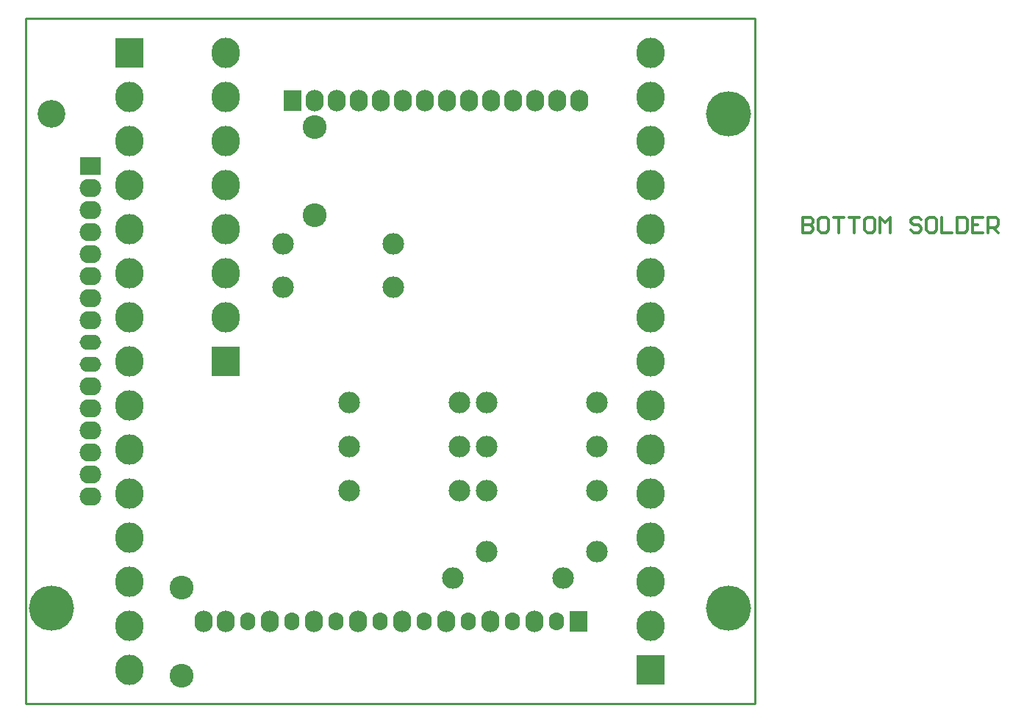
<source format=gbs>
%FSLAX25Y25*%
%MOIN*%
G70*
G01*
G75*
G04 Layer_Color=16711935*
%ADD10C,0.04000*%
%ADD11C,0.00800*%
%ADD12C,0.01200*%
%ADD13C,0.09000*%
%ADD14R,0.07500X0.09000*%
%ADD15O,0.06000X0.07500*%
%ADD16O,0.07500X0.09000*%
%ADD17C,0.19685*%
%ADD18C,0.11811*%
%ADD19O,0.12000X0.13000*%
%ADD20C,0.07500*%
%ADD21R,0.07500X0.07500*%
%ADD22R,0.12000X0.13000*%
%ADD23O,0.09000X0.07500*%
%ADD24O,0.09000X0.06000*%
%ADD25R,0.09000X0.07500*%
%ADD26C,0.10000*%
%ADD27C,0.03600*%
%ADD28C,0.03000*%
%ADD29C,0.01600*%
%ADD30R,0.27559X0.35433*%
%ADD31R,0.19685X0.35433*%
%ADD32C,0.01000*%
%ADD33C,0.00400*%
%ADD34C,0.01400*%
%ADD35C,0.02000*%
%ADD36C,0.09800*%
%ADD37R,0.08300X0.09800*%
%ADD38O,0.06800X0.08300*%
%ADD39O,0.08300X0.09800*%
%ADD40C,0.20485*%
%ADD41C,0.12611*%
%ADD42O,0.12800X0.13800*%
%ADD43C,0.08300*%
%ADD44R,0.08300X0.08300*%
%ADD45R,0.12800X0.13800*%
%ADD46O,0.09800X0.08300*%
%ADD47O,0.09800X0.06800*%
%ADD48R,0.09800X0.08300*%
%ADD49C,0.10800*%
D12*
X738324Y606610D02*
Y599613D01*
X741823D01*
X742990Y600779D01*
Y601945D01*
X741823Y603112D01*
X738324D01*
X741823D01*
X742990Y604278D01*
Y605444D01*
X741823Y606610D01*
X738324D01*
X748821D02*
X746488D01*
X745322Y605444D01*
Y600779D01*
X746488Y599613D01*
X748821D01*
X749987Y600779D01*
Y605444D01*
X748821Y606610D01*
X752320D02*
X756985D01*
X754653D01*
Y599613D01*
X759318Y606610D02*
X763983D01*
X761650D01*
Y599613D01*
X769814Y606610D02*
X767482D01*
X766315Y605444D01*
Y600779D01*
X767482Y599613D01*
X769814D01*
X770981Y600779D01*
Y605444D01*
X769814Y606610D01*
X773313Y599613D02*
Y606610D01*
X775646Y604278D01*
X777978Y606610D01*
Y599613D01*
X791974Y605444D02*
X790807Y606610D01*
X788475D01*
X787309Y605444D01*
Y604278D01*
X788475Y603112D01*
X790807D01*
X791974Y601945D01*
Y600779D01*
X790807Y599613D01*
X788475D01*
X787309Y600779D01*
X797805Y606610D02*
X795473D01*
X794306Y605444D01*
Y600779D01*
X795473Y599613D01*
X797805D01*
X798972Y600779D01*
Y605444D01*
X797805Y606610D01*
X801304D02*
Y599613D01*
X805969D01*
X808302Y606610D02*
Y599613D01*
X811801D01*
X812967Y600779D01*
Y605444D01*
X811801Y606610D01*
X808302D01*
X819965D02*
X815300D01*
Y599613D01*
X819965D01*
X815300Y603112D02*
X817632D01*
X822297Y599613D02*
Y606610D01*
X825796D01*
X826962Y605444D01*
Y603112D01*
X825796Y601945D01*
X822297D01*
X824630D02*
X826962Y599613D01*
D32*
X385827Y385827D02*
X716535D01*
X385827D02*
Y696850D01*
X716535D01*
Y385827D02*
Y696850D01*
D36*
X552559Y594488D02*
D03*
X502559D02*
D03*
X552559Y574803D02*
D03*
X502559D02*
D03*
X645000Y455000D02*
D03*
X595000D02*
D03*
X629500Y443000D02*
D03*
X579500D02*
D03*
X582500Y522500D02*
D03*
X532500D02*
D03*
X582500Y482500D02*
D03*
X532500D02*
D03*
X645000D02*
D03*
X595000D02*
D03*
X582500Y502500D02*
D03*
X532500D02*
D03*
X645000D02*
D03*
X595000D02*
D03*
X645000Y522500D02*
D03*
X595000D02*
D03*
D37*
X636693Y423228D02*
D03*
X506772Y659449D02*
D03*
D38*
X626693Y423228D02*
D03*
X606693D02*
D03*
X586693D02*
D03*
X566693D02*
D03*
X546693D02*
D03*
X526693D02*
D03*
X506693D02*
D03*
X486693D02*
D03*
D39*
X616693D02*
D03*
X596693D02*
D03*
X576693D02*
D03*
X556693D02*
D03*
X536693D02*
D03*
X516693D02*
D03*
X496693D02*
D03*
X476693D02*
D03*
X466693D02*
D03*
X636772Y659449D02*
D03*
X626772D02*
D03*
X616772D02*
D03*
X606772D02*
D03*
X596772D02*
D03*
X586772D02*
D03*
X576772D02*
D03*
X566772D02*
D03*
X556772D02*
D03*
X546772D02*
D03*
X536772D02*
D03*
X526772D02*
D03*
X516772D02*
D03*
D40*
X397638Y429134D02*
D03*
X704724D02*
D03*
Y653543D02*
D03*
D41*
X397638D02*
D03*
D42*
X669291Y661339D02*
D03*
Y641339D02*
D03*
Y621339D02*
D03*
Y601339D02*
D03*
Y581339D02*
D03*
Y561339D02*
D03*
Y541339D02*
D03*
Y521339D02*
D03*
Y501339D02*
D03*
Y481339D02*
D03*
Y461339D02*
D03*
Y441339D02*
D03*
Y421339D02*
D03*
Y681339D02*
D03*
X433071Y401339D02*
D03*
Y661339D02*
D03*
Y641339D02*
D03*
Y621339D02*
D03*
Y601339D02*
D03*
Y581339D02*
D03*
Y561339D02*
D03*
Y541339D02*
D03*
Y521339D02*
D03*
Y501339D02*
D03*
Y481339D02*
D03*
Y461339D02*
D03*
Y441339D02*
D03*
Y421339D02*
D03*
X476516Y681339D02*
D03*
Y661339D02*
D03*
Y641339D02*
D03*
Y621339D02*
D03*
Y601339D02*
D03*
Y581339D02*
D03*
Y561339D02*
D03*
D45*
X669291Y401339D02*
D03*
X433071Y681339D02*
D03*
X476516Y541339D02*
D03*
D46*
X415354Y479921D02*
D03*
Y489921D02*
D03*
Y499921D02*
D03*
Y509921D02*
D03*
Y519921D02*
D03*
Y529921D02*
D03*
Y559921D02*
D03*
Y569921D02*
D03*
Y579921D02*
D03*
Y589921D02*
D03*
Y599921D02*
D03*
Y609921D02*
D03*
Y619921D02*
D03*
D47*
Y539921D02*
D03*
Y549921D02*
D03*
D48*
Y629921D02*
D03*
D49*
X456500Y438500D02*
D03*
Y398500D02*
D03*
X517000Y647500D02*
D03*
Y607500D02*
D03*
M02*

</source>
